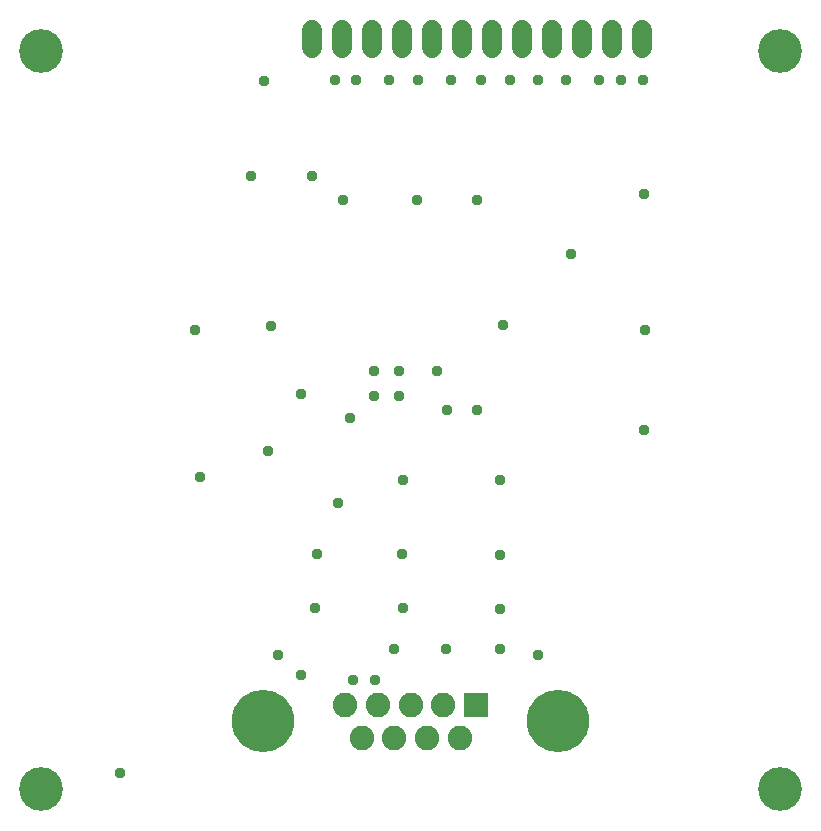
<source format=gbr>
G04 EAGLE Gerber RS-274X export*
G75*
%MOMM*%
%FSLAX34Y34*%
%LPD*%
%INSoldermask Bottom*%
%IPPOS*%
%AMOC8*
5,1,8,0,0,1.08239X$1,22.5*%
G01*
%ADD10C,3.703200*%
%ADD11C,1.727200*%
%ADD12R,2.082800X2.082800*%
%ADD13C,2.082800*%
%ADD14C,5.283200*%
%ADD15C,0.959600*%


D10*
X37500Y662500D03*
X662500Y662500D03*
X37500Y37500D03*
X662500Y37500D03*
D11*
X266800Y665380D02*
X266800Y680620D01*
X292200Y680620D02*
X292200Y665380D01*
X317600Y665380D02*
X317600Y680620D01*
X343000Y680620D02*
X343000Y665380D01*
X368400Y665380D02*
X368400Y680620D01*
X393800Y680620D02*
X393800Y665380D01*
X419200Y665380D02*
X419200Y680620D01*
X444600Y680620D02*
X444600Y665380D01*
X470000Y665380D02*
X470000Y680620D01*
X495400Y680620D02*
X495400Y665380D01*
X520800Y665380D02*
X520800Y680620D01*
X546200Y680620D02*
X546200Y665380D01*
D12*
X405400Y109200D03*
D13*
X377700Y109200D03*
X350000Y109200D03*
X322300Y109200D03*
X294600Y109200D03*
X391500Y80800D03*
X363800Y80800D03*
X336200Y80800D03*
X308500Y80800D03*
D14*
X475000Y95000D03*
X225000Y95000D03*
D15*
X232000Y430000D03*
X229000Y324000D03*
X257000Y372000D03*
X425500Y236000D03*
X426000Y299500D03*
X428000Y431000D03*
X548500Y426500D03*
X547500Y342000D03*
X547500Y541500D03*
X547000Y638000D03*
X510000Y638000D03*
X482000Y638000D03*
X458000Y638000D03*
X434000Y638000D03*
X410000Y638000D03*
X384000Y638000D03*
X356000Y638000D03*
X332000Y638000D03*
X304000Y638000D03*
X285810Y638000D03*
X226000Y637000D03*
X426000Y190500D03*
X458000Y151000D03*
X238000Y151000D03*
X269500Y191000D03*
X271000Y237000D03*
X104000Y51000D03*
X299000Y352000D03*
X340500Y392000D03*
X319500Y370500D03*
X340500Y370500D03*
X319500Y392000D03*
X344000Y191000D03*
X343000Y237000D03*
X344000Y299500D03*
X172000Y302000D03*
X167500Y426500D03*
X215000Y556500D03*
X293000Y536500D03*
X528500Y638000D03*
X355500Y536500D03*
X406000Y536500D03*
X267000Y557000D03*
X486000Y490500D03*
X289000Y280000D03*
X336000Y156000D03*
X257000Y134000D03*
X372000Y391500D03*
X380000Y156000D03*
X426000Y156000D03*
X381000Y359000D03*
X406000Y359000D03*
X320000Y130000D03*
X301000Y130000D03*
M02*

</source>
